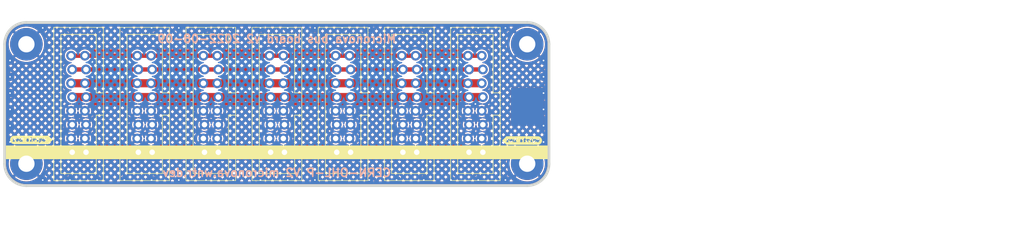
<source format=kicad_pcb>
(kicad_pcb (version 20211014) (generator pcbnew)
  (title_block (title "Micronova bus board") (date "2022-08-09") (rev "v2") (company "Winterbloom") (comment 1 "Alethea Flowers") (comment 2 "CERN-OHL-P V2") (comment 3 "micronova.wntr.dev"))
  (layers (0 "F.Cu" signal) (31 "B.Cu" signal) (34 "B.Paste" user) (35 "F.Paste" user) (36 "B.SilkS" user "B.Silkscreen") (37 "F.SilkS" user "F.Silkscreen") (38 "B.Mask" user) (39 "F.Mask" user) (44 "Edge.Cuts" user))
  (net 0 "")
  (net 1 "GND")
  (net 2 "+12V")
  (net 3 "-12V")
  (net 4 "+5V")
  (net 5 "/CV")
  (net 6 "/GATE")
  (footprint "winterbloom:Eurorack_Power_2x8_Shrouded_Lock" (layer "F.Cu") (at 85.50375 116.965 180)
    (fp_text reference "J2" hide)
    (fp_text value "Eurorack Power" hide)
    (pad "1" thru_hole roundrect (at -0.1016 0 180) (size 1.8 1.8) (drill 1.01) (layers *.Cu *.Mask) (roundrect_rratio 0.1470588235) (net 3 "-12V"))
    (pad "2" thru_hole circle (at 2.4384 0 180) (size 1.8 1.8) (drill 1.01) (layers *.Cu *.Mask) (net 3 "-12V"))
    (pad "3" thru_hole circle (at 0.1016 2.54 180) (size 1.8 1.8) (drill 1.01) (layers *.Cu *.Mask) (net 1 "GND"))
    (pad "4" thru_hole circle (at 2.6416 2.54 180) (size 1.8 1.8) (drill 1.01) (layers *.Cu *.Mask) (net 1 "GND"))
    (pad "5" thru_hole circle (at -0.1016 5.08 180) (size 1.8 1.8) (drill 1.01) (layers *.Cu *.Mask) (net 1 "GND"))
    (pad "6" thru_hole circle (at 2.4384 5.08 180) (size 1.8 1.8) (drill 1.01) (layers *.Cu *.Mask) (net 1 "GND"))
    (pad "7" thru_hole circle (at 0.1016 7.62 180) (size 1.8 1.8) (drill 1.01) (layers *.Cu *.Mask) (net 1 "GND"))
    (pad "8" thru_hole circle (at 2.6416 7.62 180) (size 1.8 1.8) (drill 1.01) (layers *.Cu *.Mask) (net 1 "GND"))
    (pad "9" thru_hole circle (at -0.1016 10.16 180) (size 1.8 1.8) (drill 1.01) (layers *.Cu *.Mask) (net 2 "+12V"))
    (pad "10" thru_hole circle (at 2.4384 10.16 180) (size 1.8 1.8) (drill 1.01) (layers *.Cu *.Mask) (net 2 "+12V"))
    (pad "11" thru_hole circle (at 0.1016 12.7 180) (size 1.8 1.8) (drill 1.01) (layers *.Cu *.Mask) (net 4 "+5V"))
    (pad "12" thru_hole circle (at 2.6416 12.7 180) (size 1.8 1.8) (drill 1.01) (layers *.Cu *.Mask) (net 4 "+5V"))
    (pad "13" thru_hole circle (at -0.1016 15.24 180) (size 1.8 1.8) (drill 1.01) (layers *.Cu *.Mask) (net 5 "/CV"))
    (pad "14" thru_hole circle (at 2.4384 15.24 180) (size 1.8 1.8) (drill 1.01) (layers *.Cu *.Mask) (net 5 "/CV"))
    (pad "15" thru_hole circle (at 0.1016 17.78 180) (size 1.8 1.8) (drill 1.01) (layers *.Cu *.Mask) (net 6 "/GATE"))
    (pad "16" thru_hole circle (at 2.6416 17.78 180) (size 1.8 1.8) (drill 1.01) (layers *.Cu *.Mask) (net 6 "/GATE"))
  )
  (footprint "winterbloom:Eurorack_Power_2x8_Shrouded_Lock" (layer "F.Cu") (at 97.6535 116.965 180)
    (fp_text reference "J3" hide)
    (fp_text value "Eurorack Power" hide)
    (pad "1" thru_hole roundrect (at -0.1016 0 180) (size 1.8 1.8) (drill 1.01) (layers *.Cu *.Mask) (roundrect_rratio 0.1470588235) (net 3 "-12V"))
    (pad "2" thru_hole circle (at 2.4384 0 180) (size 1.8 1.8) (drill 1.01) (layers *.Cu *.Mask) (net 3 "-12V"))
    (pad "3" thru_hole circle (at 0.1016 2.54 180) (size 1.8 1.8) (drill 1.01) (layers *.Cu *.Mask) (net 1 "GND"))
    (pad "4" thru_hole circle (at 2.6416 2.54 180) (size 1.8 1.8) (drill 1.01) (layers *.Cu *.Mask) (net 1 "GND"))
    (pad "5" thru_hole circle (at -0.1016 5.08 180) (size 1.8 1.8) (drill 1.01) (layers *.Cu *.Mask) (net 1 "GND"))
    (pad "6" thru_hole circle (at 2.4384 5.08 180) (size 1.8 1.8) (drill 1.01) (layers *.Cu *.Mask) (net 1 "GND"))
    (pad "7" thru_hole circle (at 0.1016 7.62 180) (size 1.8 1.8) (drill 1.01) (layers *.Cu *.Mask) (net 1 "GND"))
    (pad "8" thru_hole circle (at 2.6416 7.62 180) (size 1.8 1.8) (drill 1.01) (layers *.Cu *.Mask) (net 1 "GND"))
    (pad "9" thru_hole circle (at -0.1016 10.16 180) (size 1.8 1.8) (drill 1.01) (layers *.Cu *.Mask) (net 2 "+12V"))
    (pad "10" thru_hole circle (at 2.4384 10.16 180) (size 1.8 1.8) (drill 1.01) (layers *.Cu *.Mask) (net 2 "+12V"))
    (pad "11" thru_hole circle (at 0.1016 12.7 180) (size 1.8 1.8) (drill 1.01) (layers *.Cu *.Mask) (net 4 "+5V"))
    (pad "12" thru_hole circle (at 2.6416 12.7 180) (size 1.8 1.8) (drill 1.01) (layers *.Cu *.Mask) (net 4 "+5V"))
    (pad "13" thru_hole circle (at -0.1016 15.24 180) (size 1.8 1.8) (drill 1.01) (layers *.Cu *.Mask) (net 5 "/CV"))
    (pad "14" thru_hole circle (at 2.4384 15.24 180) (size 1.8 1.8) (drill 1.01) (layers *.Cu *.Mask) (net 5 "/CV"))
    (pad "15" thru_hole circle (at 0.1016 17.78 180) (size 1.8 1.8) (drill 1.01) (layers *.Cu *.Mask) (net 6 "/GATE"))
    (pad "16" thru_hole circle (at 2.6416 17.78 180) (size 1.8 1.8) (drill 1.01) (layers *.Cu *.Mask) (net 6 "/GATE"))
  )
  (footprint "MountingHole:MountingHole_3mm_Pad" (layer "F.Cu") (at 154.5 97.075)
    (fp_text reference "H3" hide)
    (fp_text value "GND")
    (pad "1" thru_hole circle locked (at 0 0) (size 6 6) (drill 3) (layers *.Cu *.Mask) (net 1 "GND"))
  )
  (footprint "LOGO" (layer "F.Cu") (at 63 114.875)
    (fp_text reference "G***" hide)
    (fp_text value "LOGO" hide)
  )
  (footprint "winterbloom:Eurorack_Power_2x8_Shrouded_Lock" (layer "F.Cu") (at 109.80325 116.965 180)
    (fp_text reference "J4" hide)
    (fp_text value "Eurorack Power" hide)
    (pad "1" thru_hole roundrect (at -0.1016 0 180) (size 1.8 1.8) (drill 1.01) (layers *.Cu *.Mask) (roundrect_rratio 0.1470588235) (net 3 "-12V"))
    (pad "2" thru_hole circle (at 2.4384 0 180) (size 1.8 1.8) (drill 1.01) (layers *.Cu *.Mask) (net 3 "-12V"))
    (pad "3" thru_hole circle (at 0.1016 2.54 180) (size 1.8 1.8) (drill 1.01) (layers *.Cu *.Mask) (net 1 "GND"))
    (pad "4" thru_hole circle (at 2.6416 2.54 180) (size 1.8 1.8) (drill 1.01) (layers *.Cu *.Mask) (net 1 "GND"))
    (pad "5" thru_hole circle (at -0.1016 5.08 180) (size 1.8 1.8) (drill 1.01) (layers *.Cu *.Mask) (net 1 "GND"))
    (pad "6" thru_hole circle (at 2.4384 5.08 180) (size 1.8 1.8) (drill 1.01) (layers *.Cu *.Mask) (net 1 "GND"))
    (pad "7" thru_hole circle (at 0.1016 7.62 180) (size 1.8 1.8) (drill 1.01) (layers *.Cu *.Mask) (net 1 "GND"))
    (pad "8" thru_hole circle (at 2.6416 7.62 180) (size 1.8 1.8) (drill 1.01) (layers *.Cu *.Mask) (net 1 "GND"))
    (pad "9" thru_hole circle (at -0.1016 10.16 180) (size 1.8 1.8) (drill 1.01) (layers *.Cu *.Mask) (net 2 "+12V"))
    (pad "10" thru_hole circle (at 2.4384 10.16 180) (size 1.8 1.8) (drill 1.01) (layers *.Cu *.Mask) (net 2 "+12V"))
    (pad "11" thru_hole circle (at 0.1016 12.7 180) (size 1.8 1.8) (drill 1.01) (layers *.Cu *.Mask) (net 4 "+5V"))
    (pad "12" thru_hole circle (at 2.6416 12.7 180) (size 1.8 1.8) (drill 1.01) (layers *.Cu *.Mask) (net 4 "+5V"))
    (pad "13" thru_hole circle (at -0.1016 15.24 180) (size 1.8 1.8) (drill 1.01) (layers *.Cu *.Mask) (net 5 "/CV"))
    (pad "14" thru_hole circle (at 2.4384 15.24 180) (size 1.8 1.8) (drill 1.01) (layers *.Cu *.Mask) (net 5 "/CV"))
    (pad "15" thru_hole circle (at 0.1016 17.78 180) (size 1.8 1.8) (drill 1.01) (layers *.Cu *.Mask) (net 6 "/GATE"))
    (pad "16" thru_hole circle (at 2.6416 17.78 180) (size 1.8 1.8) (drill 1.01) (layers *.Cu *.Mask) (net 6 "/GATE"))
  )
  (footprint "winterbloom:Eurorack_Power_2x8_Shrouded_Lock" (layer "F.Cu") (at 73.354 116.965 180)
    (fp_text reference "J1" hide)
    (fp_text value "Eurorack Power" hide)
    (pad "1" thru_hole roundrect (at -0.1016 0 180) (size 1.8 1.8) (drill 1.01) (layers *.Cu *.Mask) (roundrect_rratio 0.1470588235) (net 3 "-12V"))
    (pad "2" thru_hole circle (at 2.4384 0 180) (size 1.8 1.8) (drill 1.01) (layers *.Cu *.Mask) (net 3 "-12V"))
    (pad "3" thru_hole circle (at 0.1016 2.54 180) (size 1.8 1.8) (drill 1.01) (layers *.Cu *.Mask) (net 1 "GND"))
    (pad "4" thru_hole circle (at 2.6416 2.54 180) (size 1.8 1.8) (drill 1.01) (layers *.Cu *.Mask) (net 1 "GND"))
    (pad "5" thru_hole circle (at -0.1016 5.08 180) (size 1.8 1.8) (drill 1.01) (layers *.Cu *.Mask) (net 1 "GND"))
    (pad "6" thru_hole circle (at 2.4384 5.08 180) (size 1.8 1.8) (drill 1.01) (layers *.Cu *.Mask) (net 1 "GND"))
    (pad "7" thru_hole circle (at 0.1016 7.62 180) (size 1.8 1.8) (drill 1.01) (layers *.Cu *.Mask) (net 1 "GND"))
    (pad "8" thru_hole circle (at 2.6416 7.62 180) (size 1.8 1.8) (drill 1.01) (layers *.Cu *.Mask) (net 1 "GND"))
    (pad "9" thru_hole circle (at -0.1016 10.16 180) (size 1.8 1.8) (drill 1.01) (layers *.Cu *.Mask) (net 2 "+12V"))
    (pad "10" thru_hole circle (at 2.4384 10.16 180) (size 1.8 1.8) (drill 1.01) (layers *.Cu *.Mask) (net 2 "+12V"))
    (pad "11" thru_hole circle (at 0.1016 12.7 180) (size 1.8 1.8) (drill 1.01) (layers *.Cu *.Mask) (net 4 "+5V"))
    (pad "12" thru_hole circle (at 2.6416 12.7 180) (size 1.8 1.8) (drill 1.01) (layers *.Cu *.Mask) (net 4 "+5V"))
    (pad "13" thru_hole circle (at -0.1016 15.24 180) (size 1.8 1.8) (drill 1.01) (layers *.Cu *.Mask) (net 5 "/CV"))
    (pad "14" thru_hole circle (at 2.4384 15.24 180) (size 1.8 1.8) (drill 1.01) (layers *.Cu *.Mask) (net 5 "/CV"))
    (pad "15" thru_hole circle (at 0.1016 17.78 180) (size 1.8 1.8) (drill 1.01) (layers *.Cu *.Mask) (net 6 "/GATE"))
    (pad "16" thru_hole circle (at 2.6416 17.78 180) (size 1.8 1.8) (drill 1.01) (layers *.Cu *.Mask) (net 6 "/GATE"))
  )
  (footprint "winterbloom:Eurorack_Power_2x8_Shrouded_Lock" (layer "F.Cu") (at 121.953 116.965 180)
    (fp_text reference "J5" hide)
    (fp_text value "Eurorack Power" hide)
    (pad "1" thru_hole roundrect (at -0.1016 0 180) (size 1.8 1.8) (drill 1.01) (layers *.Cu *.Mask) (roundrect_rratio 0.1470588235) (net 3 "-12V"))
    (pad "2" thru_hole circle (at 2.4384 0 180) (size 1.8 1.8) (drill 1.01) (layers *.Cu *.Mask) (net 3 "-12V"))
    (pad "3" thru_hole circle (at 0.1016 2.54 180) (size 1.8 1.8) (drill 1.01) (layers *.Cu *.Mask) (net 1 "GND"))
    (pad "4" thru_hole circle (at 2.6416 2.54 180) (size 1.8 1.8) (drill 1.01) (layers *.Cu *.Mask) (net 1 "GND"))
    (pad "5" thru_hole circle (at -0.1016 5.08 180) (size 1.8 1.8) (drill 1.01) (layers *.Cu *.Mask) (net 1 "GND"))
    (pad "6" thru_hole circle (at 2.4384 5.08 180) (size 1.8 1.8) (drill 1.01) (layers *.Cu *.Mask) (net 1 "GND"))
    (pad "7" thru_hole circle (at 0.1016 7.62 180) (size 1.8 1.8) (drill 1.01) (layers *.Cu *.Mask) (net 1 "GND"))
    (pad "8" thru_hole circle (at 2.6416 7.62 180) (size 1.8 1.8) (drill 1.01) (layers *.Cu *.Mask) (net 1 "GND"))
    (pad "9" thru_hole circle (at -0.1016 10.16 180) (size 1.8 1.8) (drill 1.01) (layers *.Cu *.Mask) (net 2 "+12V"))
    (pad "10" thru_hole circle (at 2.4384 10.16 180) (size 1.8 1.8) (drill 1.01) (layers *.Cu *.Mask) (net 2 "+12V"))
    (pad "11" thru_hole circle (at 0.1016 12.7 180) (size 1.8 1.8) (drill 1.01) (layers *.Cu *.Mask) (net 4 "+5V"))
    (pad "12" thru_hole circle (at 2.6416 12.7 180) (size 1.8 1.8) (drill 1.01) (layers *.Cu *.Mask) (net 4 "+5V"))
    (pad "13" thru_hole circle (at -0.1016 15.24 180) (size 1.8 1.8) (drill 1.01) (layers *.Cu *.Mask) (net 5 "/CV"))
    (pad "14" thru_hole circle (at 2.4384 15.24 180) (size 1.8 1.8) (drill 1.01) (layers *.Cu *.Mask) (net 5 "/CV"))
    (pad "15" thru_hole circle (at 0.1016 17.78 180) (size 1.8 1.8) (drill 1.01) (layers *.Cu *.Mask) (net 6 "/GATE"))
    (pad "16" thru_hole circle (at 2.6416 17.78 180) (size 1.8 1.8) (drill 1.01) (layers *.Cu *.Mask) (net 6 "/GATE"))
  )
  (footprint "winterbloom:Eurorack_Power_2x8_Shrouded_Lock" (layer "F.Cu") (at 134.10275 116.965 180)
    (fp_text reference "J6" hide)
    (fp_text value "Eurorack Power" hide)
    (pad "1" thru_hole roundrect (at -0.1016 0 180) (size 1.8 1.8) (drill 1.01) (layers *.Cu *.Mask) (roundrect_rratio 0.1470588235) (net 3 "-12V"))
    (pad "2" thru_hole circle (at 2.4384 0 180) (size 1.8 1.8) (drill 1.01) (layers *.Cu *.Mask) (net 3 "-12V"))
    (pad "3" thru_hole circle (at 0.1016 2.54 180) (size 1.8 1.8) (drill 1.01) (layers *.Cu *.Mask) (net 1 "GND"))
    (pad "4" thru_hole circle (at 2.6416 2.54 180) (size 1.8 1.8) (drill 1.01) (layers *.Cu *.Mask) (net 1 "GND"))
    (pad "5" thru_hole circle (at -0.1016 5.08 180) (size 1.8 1.8) (drill 1.01) (layers *.Cu *.Mask) (net 1 "GND"))
    (pad "6" thru_hole circle (at 2.4384 5.08 180) (size 1.8 1.8) (drill 1.01) (layers *.Cu *.Mask) (net 1 "GND"))
    (pad "7" thru_hole circle (at 0.1016 7.62 180) (size 1.8 1.8) (drill 1.01) (layers *.Cu *.Mask) (net 1 "GND"))
    (pad "8" thru_hole circle (at 2.6416 7.62 180) (size 1.8 1.8) (drill 1.01) (layers *.Cu *.Mask) (net 1 "GND"))
    (pad "9" thru_hole circle (at -0.1016 10.16 180) (size 1.8 1.8) (drill 1.01) (layers *.Cu *.Mask) (net 2 "+12V"))
    (pad "10" thru_hole circle (at 2.4384 10.16 180) (size 1.8 1.8) (drill 1.01) (layers *.Cu *.Mask) (net 2 "+12V"))
    (pad "11" thru_hole circle (at 0.1016 12.7 180) (size 1.8 1.8) (drill 1.01) (layers *.Cu *.Mask) (net 4 "+5V"))
    (pad "12" thru_hole circle (at 2.6416 12.7 180) (size 1.8 1.8) (drill 1.01) (layers *.Cu *.Mask) (net 4 "+5V"))
    (pad "13" thru_hole circle (at -0.1016 15.24 180) (size 1.8 1.8) (drill 1.01) (layers *.Cu *.Mask) (net 5 "/CV"))
    (pad "14" thru_hole circle (at 2.4384 15.24 180) (size 1.8 1.8) (drill 1.01) (layers *.Cu *.Mask) (net 5 "/CV"))
    (pad "15" thru_hole circle (at 0.1016 17.78 180) (size 1.8 1.8) (drill 1.01) (layers *.Cu *.Mask) (net 6 "/GATE"))
    (pad "16" thru_hole circle (at 2.6416 17.78 180) (size 1.8 1.8) (drill 1.01) (layers *.Cu *.Mask) (net 6 "/GATE"))
  )
  (footprint "MountingHole:MountingHole_3mm_Pad" (layer "F.Cu") (at 62.5 97.075 -90)
    (fp_text reference "H1" hide)
    (fp_text value "GND")
    (pad "1" thru_hole circle locked (at 0 0 270) (size 6 6) (drill 3) (layers *.Cu *.Mask) (net 1 "GND"))
  )
  (footprint "MountingHole:MountingHole_3mm_Pad" (layer "F.Cu") (at 62.5 119.075)
    (fp_text reference "H2" hide)
    (fp_text value "GND")
    (pad "1" thru_hole circle locked (at 0 0) (size 6 6) (drill 3) (layers *.Cu *.Mask) (net 1 "GND"))
  )
  (footprint "winterbloom:Eurorack_Power_2x8_Shrouded_Lock" (layer "F.Cu") (at 146.2525 116.965 180)
    (fp_text reference "J7" hide)
    (fp_text value "Eurorack Power" hide)
    (pad "1" thru_hole roundrect (at -0.1016 0 180) (size 1.8 1.8) (drill 1.01) (layers *.Cu *.Mask) (roundrect_rratio 0.1470588235) (net 3 "-12V"))
    (pad "2" thru_hole circle (at 2.4384 0 180) (size 1.8 1.8) (drill 1.01) (layers *.Cu *.Mask) (net 3 "-12V"))
    (pad "3" thru_hole circle (at 0.1016 2.54 180) (size 1.8 1.8) (drill 1.01) (layers *.Cu *.Mask) (net 1 "GND"))
    (pad "4" thru_hole circle (at 2.6416 2.54 180) (size 1.8 1.8) (drill 1.01) (layers *.Cu *.Mask) (net 1 "GND"))
    (pad "5" thru_hole circle (at -0.1016 5.08 180) (size 1.8 1.8) (drill 1.01) (layers *.Cu *.Mask) (net 1 "GND"))
    (pad "6" thru_hole circle (at 2.4384 5.08 180) (size 1.8 1.8) (drill 1.01) (layers *.Cu *.Mask) (net 1 "GND"))
    (pad "7" thru_hole circle (at 0.1016 7.62 180) (size 1.8 1.8) (drill 1.01) (layers *.Cu *.Mask) (net 1 "GND"))
    (pad "8" thru_hole circle (at 2.6416 7.62 180) (size 1.8 1.8) (drill 1.01) (layers *.Cu *.Mask) (net 1 "GND"))
    (pad "9" thru_hole circle (at -0.1016 10.16 180) (size 1.8 1.8) (drill 1.01) (layers *.Cu *.Mask) (net 2 "+12V"))
    (pad "10" thru_hole circle (at 2.4384 10.16 180) (size 1.8 1.8) (drill 1.01) (layers *.Cu *.Mask) (net 2 "+12V"))
    (pad "11" thru_hole circle (at 0.1016 12.7 180) (size 1.8 1.8) (drill 1.01) (layers *.Cu *.Mask) (net 4 "+5V"))
    (pad "12" thru_hole circle (at 2.6416 12.7 180) (size 1.8 1.8) (drill 1.01) (layers *.Cu *.Mask) (net 4 "+5V"))
    (pad "13" thru_hole circle (at -0.1016 15.24 180) (size 1.8 1.8) (drill 1.01) (layers *.Cu *.Mask) (net 5 "/CV"))
    (pad "14" thru_hole circle (at 2.4384 15.24 180) (size 1.8 1.8) (drill 1.01) (layers *.Cu *.Mask) (net 5 "/CV"))
    (pad "15" thru_hole circle (at 0.1016 17.78 180) (size 1.8 1.8) (drill 1.01) (layers *.Cu *.Mask) (net 6 "/GATE"))
    (pad "16" thru_hole circle (at 2.6416 17.78 180) (size 1.8 1.8) (drill 1.01) (layers *.Cu *.Mask) (net 6 "/GATE"))
  )
  (footprint "LOGO" (layer "F.Cu") (at 153.7 114.975)
    (fp_text reference "G***" hide)
    (fp_text value "LOGO" hide)
  )
  (footprint "MountingHole:MountingHole_3mm_Pad" (layer "F.Cu") (at 154.5 119.075 -90)
    (fp_text reference "H4" hide)
    (fp_text value "GND")
    (pad "1" thru_hole circle locked (at 0 0 270) (size 6 6) (drill 3) (layers *.Cu *.Mask) (net 1 "GND"))
  )
  (footprint "Symbol:OSHW-Logo_5.7x6mm_Copper" (layer "B.Cu") (at 154.5 108.525 180)
    (fp_text reference "OSHW" hide)
    (fp_text value "OSHW-Logo_5.7x6mm_Copper" hide)
  )
  (gr_rect (start 58.55 115.775) (end 158.5 118.175) (layer "F.SilkS") (width 0.12) (fill solid))
  (gr_line (start 154.5 93.075) (end 62.5 93.075) (layer "Edge.Cuts") (width 0.5))
  (gr_arc (start 58.5 97.075) (mid 59.671573 94.246573) (end 62.5 93.075) (layer "Edge.Cuts") (width 0.5))
  (gr_arc (start 158.5 119.1) (mid 157.328427 121.928427) (end 154.5 123.1) (layer "Edge.Cuts") (width 0.5))
  (gr_arc (start 154.5 93.075) (mid 157.328427 94.246573) (end 158.5 97.075) (layer "Edge.Cuts") (width 0.5))
  (gr_line (start 58.5 97.075) (end 58.5 119.1) (layer "Edge.Cuts") (width 0.5))
  (gr_line (start 62.5 123.1) (end 154.5 123.1) (layer "Edge.Cuts") (width 0.5))
  (gr_arc (start 62.5 123.1) (mid 59.671573 121.928427) (end 58.5 119.1) (layer "Edge.Cuts") (width 0.5))
  (gr_line (start 158.5 119.1) (end 158.5 97.075) (layer "Edge.Cuts") (width 0.5))
  (gr_text "${COMMENT2} ${COMMENT3}" (at 108.5 120.725) (layer "B.SilkS") (effects (font (size 1.5 1.5) (thickness 0.3)) (justify mirror)))
  (gr_text "${TITLE} ${REVISION} ${ISSUE_DATE}" (at 108.5 96.075) (layer "B.SilkS") (effects (font (size 1.5 1.5) (thickness 0.3)) (justify mirror)))
  (via (at 90.5 122.075) (size 0.7) (drill 0.3) (layers "F.Cu" "B.Cu") (net 1))
  (via (at 120.5 122.075) (size 0.7) (drill 0.3) (layers "F.Cu" "B.Cu") (net 1))
  (via (at 144.9825 108.075) (size 0.7) (drill 0.3) (layers "F.Cu" "B.Cu") (net 1))
  (via (at 150.5 94.075) (size 0.7) (drill 0.3) (layers "F.Cu" "B.Cu") (net 1))
  (via (at 59.5 106.075) (size 0.7) (drill 0.3) (layers "F.Cu" "B.Cu") (net 1))
  (via (at 157.5 115.075) (size 0.7) (drill 0.3) (layers "F.Cu" "B.Cu") (net 1))
  (via (at 157.5 109.075) (size 0.7) (drill 0.3) (layers "F.Cu" "B.Cu") (net 1))
  (via (at 135.5 94.075) (size 0.7) (drill 0.3) (layers "F.Cu" "B.Cu") (net 1))
  (via (at 135.5 122.075) (size 0.7) (drill 0.3) (layers "F.Cu" "B.Cu") (net 1))
  (via (at 140.5 94.075) (size 0.7) (drill 0.3) (layers "F.Cu" "B.Cu") (net 1))
  (via (at 59.5 103.075) (size 0.7) (drill 0.3) (layers "F.Cu" "B.Cu") (net 1))
  (via (at 59.5 109.075) (size 0.7) (drill 0.3) (layers "F.Cu" "B.Cu") (net 1))
  (via (at 130.5 94.075) (size 0.7) (drill 0.3) (layers "F.Cu" "B.Cu") (net 1))
  (via (at 110.5 94.075) (size 0.7) (drill 0.3) (layers "F.Cu" "B.Cu") (net 1))
  (via (at 75.5 122.075) (size 0.7) (drill 0.3) (layers "F.Cu" "B.Cu") (net 1))
  (via (at 145.5 94.075) (size 0.7) (drill 0.3) (layers "F.Cu" "B.Cu") (net 1))
  (via (at 100.5 94.075) (size 0.7) (drill 0.3) (layers "F.Cu" "B.Cu") (net 1))
  (via (at 59.5 115.075) (size 0.7) (drill 0.3) (layers "F.Cu" "B.Cu") (net 1))
  (via (at 150.5 122.075) (size 0.7) (drill 0.3) (layers "F.Cu" "B.Cu") (net 1))
  (via (at 85.5 94.075) (size 0.7) (drill 0.3) (layers "F.Cu" "B.Cu") (net 1))
  (via (at 59.5 100.075) (size 0.7) (drill 0.3) (layers "F.Cu" "B.Cu") (net 1))
  (via (at 65.5 122.075) (size 0.7) (drill 0.3) (layers "F.Cu" "B.Cu") (net 1))
  (via (at 80.5 94.075) (size 0.7) (drill 0.3) (layers "F.Cu" "B.Cu") (net 1))
  (via (at 157.5 112.075) (size 0.7) (drill 0.3) (layers "F.Cu" "B.Cu") (net 1))
  (via (at 125.5 94.075) (size 0.7) (drill 0.3) (layers "F.Cu" "B.Cu") (net 1))
  (via (at 157.5 103.075) (size 0.7) (drill 0.3) (layers "F.Cu" "B.Cu") (net 1))
  (via (at 145.5 122.075) (size 0.7) (drill 0.3) (layers "F.Cu" "B.Cu") (net 1))
  (via (at 157.5 100.075) (size 0.7) (drill 0.3) (layers "F.Cu" "B.Cu") (net 1))
  (via (at 140.5 122.075) (size 0.7) (drill 0.3) (layers "F.Cu" "B.Cu") (net 1))
  (via (at 65.5 94.075) (size 0.7) (drill 0.3) (layers "F.Cu" "B.Cu") (net 1))
  (via (at 115.5 122.075) (size 0.7) (drill 0.3) (layers "F.Cu" "B.Cu") (net 1))
  (via (at 90.5 94.075) (size 0.7) (drill 0.3) (layers "F.Cu" "B.Cu") (net 1))
  (via (at 115.5 94.075) (size 0.7) (drill 0.3) (layers "F.Cu" "B.Cu") (net 1))
  (via (at 95.5 122.075) (size 0.7) (drill 0.3) (layers "F.Cu" "B.Cu") (net 1))
  (via (at 105.5 94.075) (size 0.7) (drill 0.3) (layers "F.Cu" "B.Cu") (net 1))
  (via (at 120.5 94.075) (size 0.7) (drill 0.3) (layers "F.Cu" "B.Cu") (net 1))
  (via (at 95.5 94.075) (size 0.7) (drill 0.3) (layers "F.Cu" "B.Cu") (net 1))
  (via (at 157.5 106.075) (size 0.7) (drill 0.3) (layers "F.Cu" "B.Cu") (net 1))
  (via (at 110.5 122.075) (size 0.7) (drill 0.3) (layers "F.Cu" "B.Cu") (net 1))
  (via (at 75.5 94.075) (size 0.7) (drill 0.3) (layers "F.Cu" "B.Cu") (net 1))
  (via (at 80.5 122.075) (size 0.7) (drill 0.3) (layers "F.Cu" "B.Cu") (net 1))
  (via (at 70.5 122.075) (size 0.7) (drill 0.3) (layers "F.Cu" "B.Cu") (net 1))
  (via (at 100.5 122.075) (size 0.7) (drill 0.3) (layers "F.Cu" "B.Cu") (net 1))
  (via (at 105.5 122.075) (size 0.7) (drill 0.3) (layers "F.Cu" "B.Cu") (net 1))
  (via (at 85.5 122.075) (size 0.7) (drill 0.3) (layers "F.Cu" "B.Cu") (net 1))
  (via (at 59.5 112.075) (size 0.7) (drill 0.3) (layers "F.Cu" "B.Cu") (net 1))
  (via (at 70.5 94.075) (size 0.7) (drill 0.3) (layers "F.Cu" "B.Cu") (net 1))
  (via (at 130.5 122.075) (size 0.7) (drill 0.3) (layers "F.Cu" "B.Cu") (net 1))
  (via (at 125.5 122.075) (size 0.7) (drill 0.3) (layers "F.Cu" "B.Cu") (net 1))
  (segment (start 70.9156 106.805) (end 146.3541 106.805) (width 1.5) (layer "F.Cu") (net 2))
  (segment (start 70.9156 116.965) (end 146.3541 116.965) (width 1.5) (layer "F.Cu") (net 3))
  (segment (start 70.7124 104.265) (end 146.1509 104.265) (width 1.5) (layer "F.Cu") (net 4))
  (segment (start 70.9156 101.725) (end 146.3541 101.725) (width 0.8) (layer "F.Cu") (net 5))
  (segment (start 146.1509 99.185) (end 70.7124 99.185) (width 0.8) (layer "F.Cu") (net 6))
  (zone (net 1) (net_name "GND") (layer "F.Cu") (connect_pads thru_hole_only (clearance 0.254)) (min_thickness 0.254) (fill yes (mode hatch) (thermal_gap 0.254) (thermal_bridge_width 0.5) (smoothing fillet) (radius 1) (hatch_thickness 0.5) (hatch_gap 0.5) (hatch_orientation 45) (hatch_smoothing_level 3) (hatch_smoothing_value 0.5) (hatch_border_algorithm hatch_thickness) (hatch_min_hole_area 0.3))
    (polygon (pts (xy 158.5 123.075) (xy 58.5 123.075) (xy 58.5 93.075) (xy 158.5 93.075)))
  )
  (zone (net 1) (net_name "GND") (layer "B.Cu") (priority 1) (connect_pads thru_hole_only (clearance 0.254)) (min_thickness 0.254) (fill yes (thermal_gap 0.254) (thermal_bridge_width 0.5) (smoothing fillet) (radius 1))
    (polygon (pts (xy 157.5 112.075) (xy 151.5 112.075) (xy 151.5 105.075) (xy 157.5 105.075)))
  )
  (zone (net 1) (net_name "GND") (layer "B.Cu") (connect_pads thru_hole_only (clearance 0.254)) (min_thickness 0.254) (fill yes (mode hatch) (thermal_gap 0.254) (thermal_bridge_width 0.5) (smoothing fillet) (radius 1) (hatch_thickness 0.5) (hatch_gap 0.5) (hatch_orientation 45) (hatch_smoothing_level 3) (hatch_smoothing_value 0.5) (hatch_border_algorithm hatch_thickness) (hatch_min_hole_area 0.3))
    (polygon (pts (xy 158.5 123.075) (xy 58.5 123.075) (xy 58.5 93.075) (xy 158.5 93.075)))
  )
)
</source>
